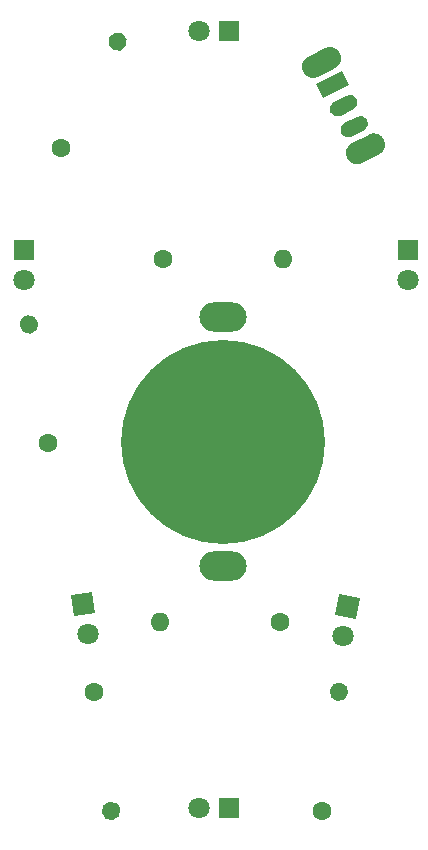
<source format=gbr>
%TF.GenerationSoftware,KiCad,Pcbnew,(5.1.8)-1*%
%TF.CreationDate,2021-10-08T14:09:10-07:00*%
%TF.ProjectId,Halloween,48616c6c-6f77-4656-956e-2e6b69636164,rev?*%
%TF.SameCoordinates,Original*%
%TF.FileFunction,Soldermask,Bot*%
%TF.FilePolarity,Negative*%
%FSLAX46Y46*%
G04 Gerber Fmt 4.6, Leading zero omitted, Abs format (unit mm)*
G04 Created by KiCad (PCBNEW (5.1.8)-1) date 2021-10-08 14:09:10*
%MOMM*%
%LPD*%
G01*
G04 APERTURE LIST*
%ADD10O,1.600000X1.600000*%
%ADD11C,1.600000*%
%ADD12C,17.272000*%
%ADD13O,4.000000X2.500000*%
%ADD14C,0.100000*%
%ADD15R,1.800000X1.800000*%
%ADD16C,1.800000*%
G04 APERTURE END LIST*
D10*
%TO.C,R6*%
X172720000Y-68580000D03*
D11*
X162560000Y-68580000D03*
%TD*%
%TO.C,R5*%
G36*
G01*
X158318254Y-50917610D02*
X158318254Y-50917610D01*
G75*
G02*
X157987473Y-49835675I375577J706358D01*
G01*
X157987473Y-49835675D01*
G75*
G02*
X159069408Y-49504894I706358J-375577D01*
G01*
X159069408Y-49504894D01*
G75*
G02*
X159400189Y-50586829I-375577J-706358D01*
G01*
X159400189Y-50586829D01*
G75*
G02*
X158318254Y-50917610I-706358J375577D01*
G01*
G37*
X153924000Y-59182000D03*
%TD*%
%TO.C,R4*%
G36*
G01*
X151316774Y-74956237D02*
X151316774Y-74956237D01*
G75*
G02*
X150401475Y-74291234I-125148J790151D01*
G01*
X150401475Y-74291234D01*
G75*
G02*
X151066478Y-73375935I790151J125148D01*
G01*
X151066478Y-73375935D01*
G75*
G02*
X151981777Y-74040938I125148J-790151D01*
G01*
X151981777Y-74040938D01*
G75*
G02*
X151316774Y-74956237I-790151J-125148D01*
G01*
G37*
X152781000Y-84201000D03*
%TD*%
%TO.C,R3*%
G36*
G01*
X177324661Y-106047090D02*
X177324661Y-106047090D01*
G75*
G02*
X176643785Y-105143538I111338J792214D01*
G01*
X176643785Y-105143538D01*
G75*
G02*
X177547337Y-104462662I792214J-111338D01*
G01*
X177547337Y-104462662D01*
G75*
G02*
X178228213Y-105366214I-111338J-792214D01*
G01*
X178228213Y-105366214D01*
G75*
G02*
X177324661Y-106047090I-792214J111338D01*
G01*
G37*
X176022000Y-115316000D03*
%TD*%
%TO.C,R2*%
G36*
G01*
X158020661Y-114551910D02*
X158020661Y-114551910D01*
G75*
G02*
X158924213Y-115232786I111338J-792214D01*
G01*
X158924213Y-115232786D01*
G75*
G02*
X158243337Y-116136338I-792214J-111338D01*
G01*
X158243337Y-116136338D01*
G75*
G02*
X157339785Y-115455462I-111338J792214D01*
G01*
X157339785Y-115455462D01*
G75*
G02*
X158020661Y-114551910I792214J111338D01*
G01*
G37*
X156718000Y-105283000D03*
%TD*%
D10*
%TO.C,R1*%
X162306000Y-99314000D03*
D11*
X172466000Y-99314000D03*
%TD*%
D12*
%TO.C,BT1*%
X167640000Y-84074000D03*
D13*
X167640000Y-73533000D03*
X167640000Y-94615000D03*
%TD*%
D14*
%TO.C,SW1*%
G36*
X175502148Y-53836334D02*
G01*
X177729664Y-52701358D01*
X178319852Y-53859666D01*
X176092336Y-54994642D01*
X175502148Y-53836334D01*
G37*
G36*
G01*
X176989283Y-55323253D02*
X178058491Y-54778465D01*
G75*
G02*
X178932739Y-55062525I295094J-579154D01*
G01*
X178932739Y-55062525D01*
G75*
G02*
X178648679Y-55936773I-579154J-295094D01*
G01*
X177579471Y-56481561D01*
G75*
G02*
X176705223Y-56197501I-295094J579154D01*
G01*
X176705223Y-56197501D01*
G75*
G02*
X176989283Y-55323253I579154J295094D01*
G01*
G37*
G36*
G01*
X177897264Y-57105266D02*
X178966472Y-56560478D01*
G75*
G02*
X179840720Y-56844538I295094J-579154D01*
G01*
X179840720Y-56844538D01*
G75*
G02*
X179556660Y-57718786I-579154J-295094D01*
G01*
X178487452Y-58263574D01*
G75*
G02*
X177613204Y-57979514I-295094J579154D01*
G01*
X177613204Y-57979514D01*
G75*
G02*
X177897264Y-57105266I579154J295094D01*
G01*
G37*
G36*
G01*
X174813524Y-51493622D02*
X176239134Y-50767238D01*
G75*
G02*
X177516881Y-51182403I431291J-846456D01*
G01*
X177516881Y-51182403D01*
G75*
G02*
X177101716Y-52460150I-846456J-431291D01*
G01*
X175676106Y-53186534D01*
G75*
G02*
X174398359Y-52771369I-431291J846456D01*
G01*
X174398359Y-52771369D01*
G75*
G02*
X174813524Y-51493622I846456J431291D01*
G01*
G37*
G36*
G01*
X178536246Y-58799876D02*
X179961856Y-58073492D01*
G75*
G02*
X181239603Y-58488657I431291J-846456D01*
G01*
X181239603Y-58488657D01*
G75*
G02*
X180824438Y-59766404I-846456J-431291D01*
G01*
X179398828Y-60492788D01*
G75*
G02*
X178121081Y-60077623I-431291J846456D01*
G01*
X178121081Y-60077623D01*
G75*
G02*
X178536246Y-58799876I846456J431291D01*
G01*
G37*
%TD*%
D15*
%TO.C,D6*%
X183261000Y-67818000D03*
D16*
X183261000Y-70358000D03*
%TD*%
D15*
%TO.C,D5*%
X168148000Y-49276000D03*
D16*
X165608000Y-49276000D03*
%TD*%
D15*
%TO.C,D4*%
X150749000Y-67818000D03*
D16*
X150749000Y-70358000D03*
%TD*%
D14*
%TO.C,D3*%
G36*
X177450956Y-97001390D02*
G01*
X179223610Y-97313956D01*
X178911044Y-99086610D01*
X177138390Y-98774044D01*
X177450956Y-97001390D01*
G37*
D16*
X177739934Y-100545412D03*
%TD*%
D15*
%TO.C,D2*%
X168148000Y-115062000D03*
D16*
X165608000Y-115062000D03*
%TD*%
D14*
%TO.C,D1*%
G36*
X154726324Y-97098544D02*
G01*
X156498978Y-96785978D01*
X156811544Y-98558632D01*
X155038890Y-98871198D01*
X154726324Y-97098544D01*
G37*
D16*
X156210000Y-100330000D03*
%TD*%
M02*

</source>
